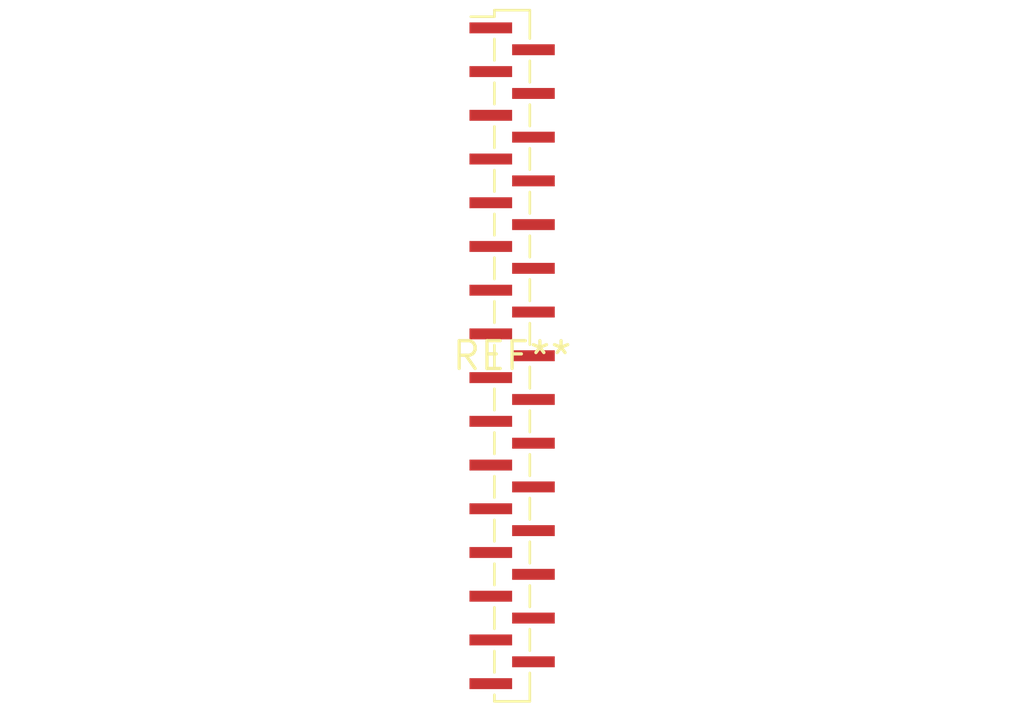
<source format=kicad_pcb>
(kicad_pcb (version 20240108) (generator pcbnew)
  (layers (0 "F.Cu" signal) (31 "B.Cu" signal) (34 "B.Paste" user) (35 "F.Paste" user) (36 "B.SilkS" user "B.Silkscreen") (37 "F.SilkS" user "F.Silkscreen") (38 "B.Mask" user) (39 "F.Mask" user) (44 "Edge.Cuts" user))
  (net 0 "")
  (footprint "PinSocket_1x31_P1.00mm_Vertical_SMD_Pin1Left" (layer "F.Cu") (at 0 0)
    (property "Reference" "REF**")
    (property "Value" "PinSocket_1x31_P1.00mm_Vertical_SMD_Pin1Left")
    (fp_line (start -1.89 -15.51) (end -0.81 -15.51) (layer "F.SilkS") (stroke (width 0.12)))
    (fp_line (start -0.81 -15.81) (end -0.81 -15.51) (layer "F.SilkS") (stroke (width 0.12)))
    (fp_line (start -0.81 -15.81) (end 0.81 -15.81) (layer "F.SilkS") (stroke (width 0.12)))
    (fp_line (start -0.81 -14.49) (end -0.81 -13.51) (layer "F.SilkS") (stroke (width 0.12)))
    (fp_line (start -0.81 -12.49) (end -0.81 -11.51) (layer "F.SilkS") (stroke (width 0.12)))
    (fp_line (start -0.81 -10.49) (end -0.81 -9.51) (layer "F.SilkS") (stroke (width 0.12)))
    (fp_line (start -0.81 -8.49) (end -0.81 -7.51) (layer "F.SilkS") (stroke (width 0.12)))
    (fp_line (start -0.81 -6.49) (end -0.81 -5.51) (layer "F.SilkS") (stroke (width 0.12)))
    (fp_line (start -0.81 -4.49) (end -0.81 -3.51) (layer "F.SilkS") (stroke (width 0.12)))
    (fp_line (start -0.81 -2.49) (end -0.81 -1.51) (layer "F.SilkS") (stroke (width 0.12)))
    (fp_line (start -0.81 -0.49) (end -0.81 0.49) (layer "F.SilkS") (stroke (width 0.12)))
    (fp_line (start -0.81 1.51) (end -0.81 2.49) (layer "F.SilkS") (stroke (width 0.12)))
    (fp_line (start -0.81 3.51) (end -0.81 4.49) (layer "F.SilkS") (stroke (width 0.12)))
    (fp_line (start -0.81 5.51) (end -0.81 6.49) (layer "F.SilkS") (stroke (width 0.12)))
    (fp_line (start -0.81 7.51) (end -0.81 8.49) (layer "F.SilkS") (stroke (width 0.12)))
    (fp_line (start -0.81 9.51) (end -0.81 10.49) (layer "F.SilkS") (stroke (width 0.12)))
    (fp_line (start -0.81 11.51) (end -0.81 12.49) (layer "F.SilkS") (stroke (width 0.12)))
    (fp_line (start -0.81 13.51) (end -0.81 14.49) (layer "F.SilkS") (stroke (width 0.12)))
    (fp_line (start -0.81 15.51) (end -0.81 15.81) (layer "F.SilkS") (stroke (width 0.12)))
    (fp_line (start -0.81 15.81) (end 0.81 15.81) (layer "F.SilkS") (stroke (width 0.12)))
    (fp_line (start 0.81 -15.81) (end 0.81 -14.51) (layer "F.SilkS") (stroke (width 0.12)))
    (fp_line (start 0.81 -13.49) (end 0.81 -12.51) (layer "F.SilkS") (stroke (width 0.12)))
    (fp_line (start 0.81 -11.49) (end 0.81 -10.51) (layer "F.SilkS") (stroke (width 0.12)))
    (fp_line (start 0.81 -9.49) (end 0.81 -8.51) (layer "F.SilkS") (stroke (width 0.12)))
    (fp_line (start 0.81 -7.49) (end 0.81 -6.51) (layer "F.SilkS") (stroke (width 0.12)))
    (fp_line (start 0.81 -5.49) (end 0.81 -4.51) (layer "F.SilkS") (stroke (width 0.12)))
    (fp_line (start 0.81 -3.49) (end 0.81 -2.51) (layer "F.SilkS") (stroke (width 0.12)))
    (fp_line (start 0.81 -1.49) (end 0.81 -0.51) (layer "F.SilkS") (stroke (width 0.12)))
    (fp_line (start 0.81 0.51) (end 0.81 1.49) (layer "F.SilkS") (stroke (width 0.12)))
    (fp_line (start 0.81 2.51) (end 0.81 3.49) (layer "F.SilkS") (stroke (width 0.12)))
    (fp_line (start 0.81 4.51) (end 0.81 5.49) (layer "F.SilkS") (stroke (width 0.12)))
    (fp_line (start 0.81 6.51) (end 0.81 7.49) (layer "F.SilkS") (stroke (width 0.12)))
    (fp_line (start 0.81 8.51) (end 0.81 9.49) (layer "F.SilkS") (stroke (width 0.12)))
    (fp_line (start 0.81 10.51) (end 0.81 11.49) (layer "F.SilkS") (stroke (width 0.12)))
    (fp_line (start 0.81 12.51) (end 0.81 13.49) (layer "F.SilkS") (stroke (width 0.12)))
    (fp_line (start 0.81 14.51) (end 0.81 15.81) (layer "F.SilkS") (stroke (width 0.12)))
    (pad "1" smd rect (at -0.975 -15) (size 1.95 0.5) (layers "F.Cu" "F.Paste" "F.Mask"))
    (pad "2" smd rect (at 0.975 -14) (size 1.95 0.5) (layers "F.Cu" "F.Paste" "F.Mask"))
    (pad "3" smd rect (at -0.975 -13) (size 1.95 0.5) (layers "F.Cu" "F.Paste" "F.Mask"))
    (pad "4" smd rect (at 0.975 -12) (size 1.95 0.5) (layers "F.Cu" "F.Paste" "F.Mask"))
    (pad "5" smd rect (at -0.975 -11) (size 1.95 0.5) (layers "F.Cu" "F.Paste" "F.Mask"))
    (pad "6" smd rect (at 0.975 -10) (size 1.95 0.5) (layers "F.Cu" "F.Paste" "F.Mask"))
    (pad "7" smd rect (at -0.975 -9) (size 1.95 0.5) (layers "F.Cu" "F.Paste" "F.Mask"))
    (pad "8" smd rect (at 0.975 -8) (size 1.95 0.5) (layers "F.Cu" "F.Paste" "F.Mask"))
    (pad "9" smd rect (at -0.975 -7) (size 1.95 0.5) (layers "F.Cu" "F.Paste" "F.Mask"))
    (pad "10" smd rect (at 0.975 -6) (size 1.95 0.5) (layers "F.Cu" "F.Paste" "F.Mask"))
    (pad "11" smd rect (at -0.975 -5) (size 1.95 0.5) (layers "F.Cu" "F.Paste" "F.Mask"))
    (pad "12" smd rect (at 0.975 -4) (size 1.95 0.5) (layers "F.Cu" "F.Paste" "F.Mask"))
    (pad "13" smd rect (at -0.975 -3) (size 1.95 0.5) (layers "F.Cu" "F.Paste" "F.Mask"))
    (pad "14" smd rect (at 0.975 -2) (size 1.95 0.5) (layers "F.Cu" "F.Paste" "F.Mask"))
    (pad "15" smd rect (at -0.975 -1) (size 1.95 0.5) (layers "F.Cu" "F.Paste" "F.Mask"))
    (pad "16" smd rect (at 0.975 0) (size 1.95 0.5) (layers "F.Cu" "F.Paste" "F.Mask"))
    (pad "17" smd rect (at -0.975 1) (size 1.95 0.5) (layers "F.Cu" "F.Paste" "F.Mask"))
    (pad "18" smd rect (at 0.975 2) (size 1.95 0.5) (layers "F.Cu" "F.Paste" "F.Mask"))
    (pad "19" smd rect (at -0.975 3) (size 1.95 0.5) (layers "F.Cu" "F.Paste" "F.Mask"))
    (pad "20" smd rect (at 0.975 4) (size 1.95 0.5) (layers "F.Cu" "F.Paste" "F.Mask"))
    (pad "21" smd rect (at -0.975 5) (size 1.95 0.5) (layers "F.Cu" "F.Paste" "F.Mask"))
    (pad "22" smd rect (at 0.975 6) (size 1.95 0.5) (layers "F.Cu" "F.Paste" "F.Mask"))
    (pad "23" smd rect (at -0.975 7) (size 1.95 0.5) (layers "F.Cu" "F.Paste" "F.Mask"))
    (pad "24" smd rect (at 0.975 8) (size 1.95 0.5) (layers "F.Cu" "F.Paste" "F.Mask"))
    (pad "25" smd rect (at -0.975 9) (size 1.95 0.5) (layers "F.Cu" "F.Paste" "F.Mask"))
    (pad "26" smd rect (at 0.975 10) (size 1.95 0.5) (layers "F.Cu" "F.Paste" "F.Mask"))
    (pad "27" smd rect (at -0.975 11) (size 1.95 0.5) (layers "F.Cu" "F.Paste" "F.Mask"))
    (pad "28" smd rect (at 0.975 12) (size 1.95 0.5) (layers "F.Cu" "F.Paste" "F.Mask"))
    (pad "29" smd rect (at -0.975 13) (size 1.95 0.5) (layers "F.Cu" "F.Paste" "F.Mask"))
    (pad "30" smd rect (at 0.975 14) (size 1.95 0.5) (layers "F.Cu" "F.Paste" "F.Mask"))
    (pad "31" smd rect (at -0.975 15) (size 1.95 0.5) (layers "F.Cu" "F.Paste" "F.Mask"))
  )
)
</source>
